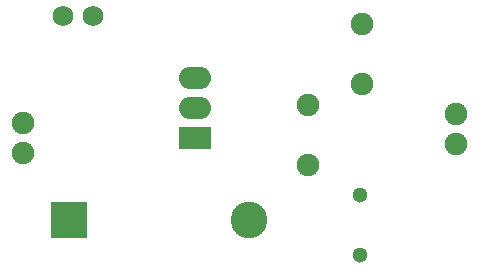
<source format=gbs>
G04 Layer: BottomSolderMaskLayer*
G04 EasyEDA v6.5.34, 2023-12-21 17:11:59*
G04 12d045cc0dbe4403be4ac363432de5ab,1733c34252f04aa8848ca1e28a7e2cb8,10*
G04 Gerber Generator version 0.2*
G04 Scale: 100 percent, Rotated: No, Reflected: No *
G04 Dimensions in millimeters *
G04 leading zeros omitted , absolute positions ,4 integer and 5 decimal *
%FSLAX45Y45*%
%MOMM*%

%AMMACRO1*1,1,$1,$2,$3*1,1,$1,$4,$5*1,1,$1,0-$2,0-$3*1,1,$1,0-$4,0-$5*20,1,$1,$2,$3,$4,$5,0*20,1,$1,$4,$5,0-$2,0-$3,0*20,1,$1,0-$2,0-$3,0-$4,0-$5,0*20,1,$1,0-$4,0-$5,$2,$3,0*4,1,4,$2,$3,$4,$5,0-$2,0-$3,0-$4,0-$5,$2,$3,0*%
%ADD10C,1.3000*%
%ADD11C,1.9016*%
%ADD12C,1.7500*%
%ADD13MACRO1,0.1016X1.5X-1.5X-1.5X-1.5*%
%ADD14C,3.1016*%
%ADD15C,1.9017*%
%ADD16O,2.7015948X1.9015964*%
%ADD17MACRO1,0.1016X-1.3X-0.9X-1.3X0.9*%

%LPD*%
D10*
G01*
X3403600Y800100D03*
G01*
X3403600Y292100D03*
D11*
G01*
X2959100Y1562100D03*
G01*
X2959100Y1054100D03*
G01*
X3416300Y1739900D03*
G01*
X3416300Y2247900D03*
D12*
G01*
X891006Y2311400D03*
G01*
X1140993Y2311400D03*
D13*
G01*
X939800Y584200D03*
D14*
G01*
X2463800Y584200D03*
D15*
G01*
X4216400Y1485900D03*
G01*
X4216400Y1231900D03*
G01*
X546100Y1409700D03*
G01*
X546100Y1155700D03*
D16*
G01*
X2006104Y1536687D03*
G01*
X2007095Y1790712D03*
D17*
G01*
X2006104Y1282687D03*
M02*

</source>
